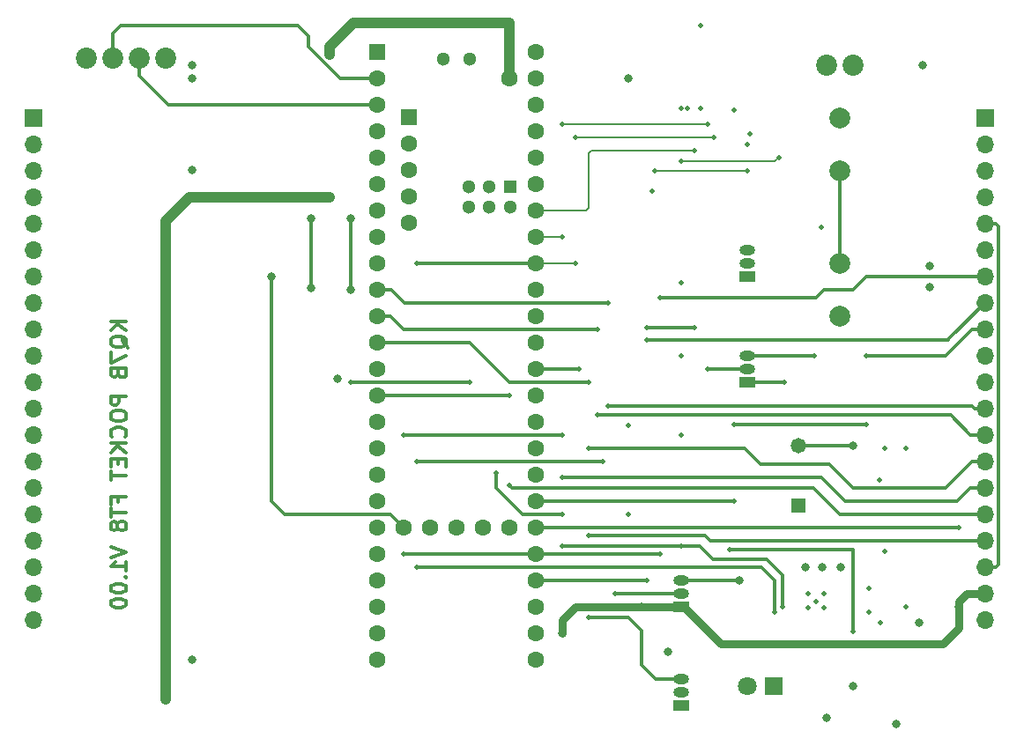
<source format=gbr>
G04 #@! TF.GenerationSoftware,KiCad,Pcbnew,8.0.4*
G04 #@! TF.CreationDate,2024-08-15T07:01:29-07:00*
G04 #@! TF.ProjectId,PocketFT8Xcvr,506f636b-6574-4465-9438-586376722e6b,rev?*
G04 #@! TF.SameCoordinates,Original*
G04 #@! TF.FileFunction,Copper,L4,Bot*
G04 #@! TF.FilePolarity,Positive*
%FSLAX46Y46*%
G04 Gerber Fmt 4.6, Leading zero omitted, Abs format (unit mm)*
G04 Created by KiCad (PCBNEW 8.0.4) date 2024-08-15 07:01:29*
%MOMM*%
%LPD*%
G01*
G04 APERTURE LIST*
%ADD10C,0.300000*%
G04 #@! TA.AperFunction,NonConductor*
%ADD11C,0.300000*%
G04 #@! TD*
G04 #@! TA.AperFunction,ComponentPad*
%ADD12R,1.600000X1.600000*%
G04 #@! TD*
G04 #@! TA.AperFunction,ComponentPad*
%ADD13C,1.600000*%
G04 #@! TD*
G04 #@! TA.AperFunction,ComponentPad*
%ADD14R,1.300000X1.300000*%
G04 #@! TD*
G04 #@! TA.AperFunction,ComponentPad*
%ADD15C,1.300000*%
G04 #@! TD*
G04 #@! TA.AperFunction,ComponentPad*
%ADD16C,2.020000*%
G04 #@! TD*
G04 #@! TA.AperFunction,ComponentPad*
%ADD17C,2.000000*%
G04 #@! TD*
G04 #@! TA.AperFunction,ComponentPad*
%ADD18R,1.500000X1.000000*%
G04 #@! TD*
G04 #@! TA.AperFunction,ComponentPad*
%ADD19O,1.500000X1.000000*%
G04 #@! TD*
G04 #@! TA.AperFunction,ComponentPad*
%ADD20R,1.473200X1.473200*%
G04 #@! TD*
G04 #@! TA.AperFunction,ComponentPad*
%ADD21C,1.473200*%
G04 #@! TD*
G04 #@! TA.AperFunction,ComponentPad*
%ADD22R,1.700000X1.700000*%
G04 #@! TD*
G04 #@! TA.AperFunction,ComponentPad*
%ADD23O,1.700000X1.700000*%
G04 #@! TD*
G04 #@! TA.AperFunction,ComponentPad*
%ADD24R,1.800000X1.800000*%
G04 #@! TD*
G04 #@! TA.AperFunction,ComponentPad*
%ADD25C,1.800000*%
G04 #@! TD*
G04 #@! TA.AperFunction,ViaPad*
%ADD26C,0.800000*%
G04 #@! TD*
G04 #@! TA.AperFunction,ViaPad*
%ADD27C,0.500000*%
G04 #@! TD*
G04 #@! TA.AperFunction,ViaPad*
%ADD28C,1.000000*%
G04 #@! TD*
G04 #@! TA.AperFunction,Conductor*
%ADD29C,0.300000*%
G04 #@! TD*
G04 #@! TA.AperFunction,Conductor*
%ADD30C,0.200000*%
G04 #@! TD*
G04 #@! TA.AperFunction,Conductor*
%ADD31C,0.800000*%
G04 #@! TD*
G04 #@! TA.AperFunction,Conductor*
%ADD32C,1.000000*%
G04 #@! TD*
G04 APERTURE END LIST*
D10*
D11*
X115624828Y-80564510D02*
X114124828Y-80564510D01*
X115624828Y-81421653D02*
X114767685Y-80778796D01*
X114124828Y-81421653D02*
X114981971Y-80564510D01*
X115767685Y-83064510D02*
X115696257Y-82921653D01*
X115696257Y-82921653D02*
X115553400Y-82778796D01*
X115553400Y-82778796D02*
X115339114Y-82564510D01*
X115339114Y-82564510D02*
X115267685Y-82421653D01*
X115267685Y-82421653D02*
X115267685Y-82278796D01*
X115624828Y-82350225D02*
X115553400Y-82207368D01*
X115553400Y-82207368D02*
X115410542Y-82064510D01*
X115410542Y-82064510D02*
X115124828Y-81993082D01*
X115124828Y-81993082D02*
X114624828Y-81993082D01*
X114624828Y-81993082D02*
X114339114Y-82064510D01*
X114339114Y-82064510D02*
X114196257Y-82207368D01*
X114196257Y-82207368D02*
X114124828Y-82350225D01*
X114124828Y-82350225D02*
X114124828Y-82635939D01*
X114124828Y-82635939D02*
X114196257Y-82778796D01*
X114196257Y-82778796D02*
X114339114Y-82921653D01*
X114339114Y-82921653D02*
X114624828Y-82993082D01*
X114624828Y-82993082D02*
X115124828Y-82993082D01*
X115124828Y-82993082D02*
X115410542Y-82921653D01*
X115410542Y-82921653D02*
X115553400Y-82778796D01*
X115553400Y-82778796D02*
X115624828Y-82635939D01*
X115624828Y-82635939D02*
X115624828Y-82350225D01*
X114124828Y-83493082D02*
X114124828Y-84493082D01*
X114124828Y-84493082D02*
X115624828Y-83850225D01*
X114839114Y-85564510D02*
X114910542Y-85778796D01*
X114910542Y-85778796D02*
X114981971Y-85850225D01*
X114981971Y-85850225D02*
X115124828Y-85921653D01*
X115124828Y-85921653D02*
X115339114Y-85921653D01*
X115339114Y-85921653D02*
X115481971Y-85850225D01*
X115481971Y-85850225D02*
X115553400Y-85778796D01*
X115553400Y-85778796D02*
X115624828Y-85635939D01*
X115624828Y-85635939D02*
X115624828Y-85064510D01*
X115624828Y-85064510D02*
X114124828Y-85064510D01*
X114124828Y-85064510D02*
X114124828Y-85564510D01*
X114124828Y-85564510D02*
X114196257Y-85707368D01*
X114196257Y-85707368D02*
X114267685Y-85778796D01*
X114267685Y-85778796D02*
X114410542Y-85850225D01*
X114410542Y-85850225D02*
X114553400Y-85850225D01*
X114553400Y-85850225D02*
X114696257Y-85778796D01*
X114696257Y-85778796D02*
X114767685Y-85707368D01*
X114767685Y-85707368D02*
X114839114Y-85564510D01*
X114839114Y-85564510D02*
X114839114Y-85064510D01*
X115624828Y-87707367D02*
X114124828Y-87707367D01*
X114124828Y-87707367D02*
X114124828Y-88278796D01*
X114124828Y-88278796D02*
X114196257Y-88421653D01*
X114196257Y-88421653D02*
X114267685Y-88493082D01*
X114267685Y-88493082D02*
X114410542Y-88564510D01*
X114410542Y-88564510D02*
X114624828Y-88564510D01*
X114624828Y-88564510D02*
X114767685Y-88493082D01*
X114767685Y-88493082D02*
X114839114Y-88421653D01*
X114839114Y-88421653D02*
X114910542Y-88278796D01*
X114910542Y-88278796D02*
X114910542Y-87707367D01*
X114124828Y-89493082D02*
X114124828Y-89778796D01*
X114124828Y-89778796D02*
X114196257Y-89921653D01*
X114196257Y-89921653D02*
X114339114Y-90064510D01*
X114339114Y-90064510D02*
X114624828Y-90135939D01*
X114624828Y-90135939D02*
X115124828Y-90135939D01*
X115124828Y-90135939D02*
X115410542Y-90064510D01*
X115410542Y-90064510D02*
X115553400Y-89921653D01*
X115553400Y-89921653D02*
X115624828Y-89778796D01*
X115624828Y-89778796D02*
X115624828Y-89493082D01*
X115624828Y-89493082D02*
X115553400Y-89350225D01*
X115553400Y-89350225D02*
X115410542Y-89207367D01*
X115410542Y-89207367D02*
X115124828Y-89135939D01*
X115124828Y-89135939D02*
X114624828Y-89135939D01*
X114624828Y-89135939D02*
X114339114Y-89207367D01*
X114339114Y-89207367D02*
X114196257Y-89350225D01*
X114196257Y-89350225D02*
X114124828Y-89493082D01*
X115481971Y-91635939D02*
X115553400Y-91564511D01*
X115553400Y-91564511D02*
X115624828Y-91350225D01*
X115624828Y-91350225D02*
X115624828Y-91207368D01*
X115624828Y-91207368D02*
X115553400Y-90993082D01*
X115553400Y-90993082D02*
X115410542Y-90850225D01*
X115410542Y-90850225D02*
X115267685Y-90778796D01*
X115267685Y-90778796D02*
X114981971Y-90707368D01*
X114981971Y-90707368D02*
X114767685Y-90707368D01*
X114767685Y-90707368D02*
X114481971Y-90778796D01*
X114481971Y-90778796D02*
X114339114Y-90850225D01*
X114339114Y-90850225D02*
X114196257Y-90993082D01*
X114196257Y-90993082D02*
X114124828Y-91207368D01*
X114124828Y-91207368D02*
X114124828Y-91350225D01*
X114124828Y-91350225D02*
X114196257Y-91564511D01*
X114196257Y-91564511D02*
X114267685Y-91635939D01*
X115624828Y-92278796D02*
X114124828Y-92278796D01*
X115624828Y-93135939D02*
X114767685Y-92493082D01*
X114124828Y-93135939D02*
X114981971Y-92278796D01*
X114839114Y-93778796D02*
X114839114Y-94278796D01*
X115624828Y-94493082D02*
X115624828Y-93778796D01*
X115624828Y-93778796D02*
X114124828Y-93778796D01*
X114124828Y-93778796D02*
X114124828Y-94493082D01*
X114124828Y-94921654D02*
X114124828Y-95778797D01*
X115624828Y-95350225D02*
X114124828Y-95350225D01*
X114839114Y-97921653D02*
X114839114Y-97421653D01*
X115624828Y-97421653D02*
X114124828Y-97421653D01*
X114124828Y-97421653D02*
X114124828Y-98135939D01*
X114124828Y-98493082D02*
X114124828Y-99350225D01*
X115624828Y-98921653D02*
X114124828Y-98921653D01*
X114767685Y-100064510D02*
X114696257Y-99921653D01*
X114696257Y-99921653D02*
X114624828Y-99850224D01*
X114624828Y-99850224D02*
X114481971Y-99778796D01*
X114481971Y-99778796D02*
X114410542Y-99778796D01*
X114410542Y-99778796D02*
X114267685Y-99850224D01*
X114267685Y-99850224D02*
X114196257Y-99921653D01*
X114196257Y-99921653D02*
X114124828Y-100064510D01*
X114124828Y-100064510D02*
X114124828Y-100350224D01*
X114124828Y-100350224D02*
X114196257Y-100493082D01*
X114196257Y-100493082D02*
X114267685Y-100564510D01*
X114267685Y-100564510D02*
X114410542Y-100635939D01*
X114410542Y-100635939D02*
X114481971Y-100635939D01*
X114481971Y-100635939D02*
X114624828Y-100564510D01*
X114624828Y-100564510D02*
X114696257Y-100493082D01*
X114696257Y-100493082D02*
X114767685Y-100350224D01*
X114767685Y-100350224D02*
X114767685Y-100064510D01*
X114767685Y-100064510D02*
X114839114Y-99921653D01*
X114839114Y-99921653D02*
X114910542Y-99850224D01*
X114910542Y-99850224D02*
X115053400Y-99778796D01*
X115053400Y-99778796D02*
X115339114Y-99778796D01*
X115339114Y-99778796D02*
X115481971Y-99850224D01*
X115481971Y-99850224D02*
X115553400Y-99921653D01*
X115553400Y-99921653D02*
X115624828Y-100064510D01*
X115624828Y-100064510D02*
X115624828Y-100350224D01*
X115624828Y-100350224D02*
X115553400Y-100493082D01*
X115553400Y-100493082D02*
X115481971Y-100564510D01*
X115481971Y-100564510D02*
X115339114Y-100635939D01*
X115339114Y-100635939D02*
X115053400Y-100635939D01*
X115053400Y-100635939D02*
X114910542Y-100564510D01*
X114910542Y-100564510D02*
X114839114Y-100493082D01*
X114839114Y-100493082D02*
X114767685Y-100350224D01*
X114124828Y-102207367D02*
X115624828Y-102707367D01*
X115624828Y-102707367D02*
X114124828Y-103207367D01*
X115624828Y-104493081D02*
X115624828Y-103635938D01*
X115624828Y-104064509D02*
X114124828Y-104064509D01*
X114124828Y-104064509D02*
X114339114Y-103921652D01*
X114339114Y-103921652D02*
X114481971Y-103778795D01*
X114481971Y-103778795D02*
X114553400Y-103635938D01*
X115481971Y-105135937D02*
X115553400Y-105207366D01*
X115553400Y-105207366D02*
X115624828Y-105135937D01*
X115624828Y-105135937D02*
X115553400Y-105064509D01*
X115553400Y-105064509D02*
X115481971Y-105135937D01*
X115481971Y-105135937D02*
X115624828Y-105135937D01*
X114124828Y-106135938D02*
X114124828Y-106278795D01*
X114124828Y-106278795D02*
X114196257Y-106421652D01*
X114196257Y-106421652D02*
X114267685Y-106493081D01*
X114267685Y-106493081D02*
X114410542Y-106564509D01*
X114410542Y-106564509D02*
X114696257Y-106635938D01*
X114696257Y-106635938D02*
X115053400Y-106635938D01*
X115053400Y-106635938D02*
X115339114Y-106564509D01*
X115339114Y-106564509D02*
X115481971Y-106493081D01*
X115481971Y-106493081D02*
X115553400Y-106421652D01*
X115553400Y-106421652D02*
X115624828Y-106278795D01*
X115624828Y-106278795D02*
X115624828Y-106135938D01*
X115624828Y-106135938D02*
X115553400Y-105993081D01*
X115553400Y-105993081D02*
X115481971Y-105921652D01*
X115481971Y-105921652D02*
X115339114Y-105850223D01*
X115339114Y-105850223D02*
X115053400Y-105778795D01*
X115053400Y-105778795D02*
X114696257Y-105778795D01*
X114696257Y-105778795D02*
X114410542Y-105850223D01*
X114410542Y-105850223D02*
X114267685Y-105921652D01*
X114267685Y-105921652D02*
X114196257Y-105993081D01*
X114196257Y-105993081D02*
X114124828Y-106135938D01*
X114124828Y-107564509D02*
X114124828Y-107707366D01*
X114124828Y-107707366D02*
X114196257Y-107850223D01*
X114196257Y-107850223D02*
X114267685Y-107921652D01*
X114267685Y-107921652D02*
X114410542Y-107993080D01*
X114410542Y-107993080D02*
X114696257Y-108064509D01*
X114696257Y-108064509D02*
X115053400Y-108064509D01*
X115053400Y-108064509D02*
X115339114Y-107993080D01*
X115339114Y-107993080D02*
X115481971Y-107921652D01*
X115481971Y-107921652D02*
X115553400Y-107850223D01*
X115553400Y-107850223D02*
X115624828Y-107707366D01*
X115624828Y-107707366D02*
X115624828Y-107564509D01*
X115624828Y-107564509D02*
X115553400Y-107421652D01*
X115553400Y-107421652D02*
X115481971Y-107350223D01*
X115481971Y-107350223D02*
X115339114Y-107278794D01*
X115339114Y-107278794D02*
X115053400Y-107207366D01*
X115053400Y-107207366D02*
X114696257Y-107207366D01*
X114696257Y-107207366D02*
X114410542Y-107278794D01*
X114410542Y-107278794D02*
X114267685Y-107350223D01*
X114267685Y-107350223D02*
X114196257Y-107421652D01*
X114196257Y-107421652D02*
X114124828Y-107564509D01*
D12*
X139700000Y-54610000D03*
D13*
X139700000Y-57150000D03*
X139700000Y-59690000D03*
X139700000Y-62230000D03*
X139700000Y-64770000D03*
X139700000Y-67310000D03*
X139700000Y-69850000D03*
X139700000Y-72390000D03*
X139700000Y-74930000D03*
X139700000Y-77470000D03*
X139700000Y-80010000D03*
X139700000Y-82550000D03*
X139700000Y-85090000D03*
X139700000Y-87630000D03*
X139700000Y-90170000D03*
X139700000Y-92710000D03*
X139700000Y-95250000D03*
X139700000Y-97790000D03*
X139700000Y-100330000D03*
X139700000Y-102870000D03*
X139700000Y-105410000D03*
X139700000Y-107950000D03*
X139700000Y-110490000D03*
X139700000Y-113030000D03*
X154940000Y-113030000D03*
X154940000Y-110490000D03*
X154940000Y-107950000D03*
X154940000Y-105410000D03*
X154940000Y-102870000D03*
X154940000Y-100330000D03*
X154940000Y-97790000D03*
X154940000Y-95250000D03*
X154940000Y-92710000D03*
X154940000Y-90170000D03*
X154940000Y-87630000D03*
X154940000Y-85090000D03*
X154940000Y-82550000D03*
X154940000Y-80010000D03*
X154940000Y-77470000D03*
X154940000Y-74930000D03*
X154940000Y-72390000D03*
X154940000Y-69850000D03*
X154940000Y-67310000D03*
X154940000Y-64770000D03*
X154940000Y-62230000D03*
X154940000Y-59690000D03*
X154940000Y-57150000D03*
X154940000Y-54610000D03*
X152400000Y-57150000D03*
X142240000Y-100330000D03*
X144780000Y-100330000D03*
X147320000Y-100330000D03*
X149860000Y-100330000D03*
X152400000Y-100330000D03*
D12*
X142750800Y-60909200D03*
D13*
X142750800Y-63449200D03*
X142750800Y-65989200D03*
X142750800Y-68529200D03*
X142750800Y-71069200D03*
D14*
X152501600Y-67580000D03*
D15*
X150501600Y-67580000D03*
X148501600Y-67580000D03*
X148501600Y-69580000D03*
X150501600Y-69580000D03*
X152501600Y-69580000D03*
X148590000Y-55340000D03*
X146050000Y-55340000D03*
D16*
X182880000Y-55880000D03*
X185420000Y-55880000D03*
D17*
X184150000Y-66040000D03*
X184150000Y-60960000D03*
D18*
X168910000Y-117475000D03*
D19*
X168910000Y-116205000D03*
X168910000Y-114935000D03*
D20*
X180213000Y-98247200D03*
D21*
X180213000Y-92456000D03*
D17*
X184150000Y-80010000D03*
X184150000Y-74930000D03*
D22*
X198120000Y-60960000D03*
D23*
X198120000Y-63500000D03*
X198120000Y-66040000D03*
X198120000Y-68580000D03*
X198120000Y-71120000D03*
X198120000Y-73660000D03*
X198120000Y-76200000D03*
X198120000Y-78740000D03*
X198120000Y-81280000D03*
X198120000Y-83820000D03*
X198120000Y-86360000D03*
X198120000Y-88900000D03*
X198120000Y-91440000D03*
X198120000Y-93980000D03*
X198120000Y-96520000D03*
X198120000Y-99060000D03*
X198120000Y-101600000D03*
X198120000Y-104140000D03*
X198120000Y-106680000D03*
X198120000Y-109220000D03*
D18*
X168910000Y-107950000D03*
D19*
X168910000Y-106680000D03*
X168910000Y-105410000D03*
D18*
X175260000Y-76200000D03*
D19*
X175260000Y-74930000D03*
X175260000Y-73660000D03*
D24*
X177800000Y-115570000D03*
D25*
X175260000Y-115570000D03*
D18*
X175260000Y-86360000D03*
D19*
X175260000Y-85090000D03*
X175260000Y-83820000D03*
D16*
X111760000Y-55245000D03*
X114300000Y-55245000D03*
X116840000Y-55245000D03*
X119380000Y-55245000D03*
D22*
X106680000Y-60960000D03*
D23*
X106680000Y-63500000D03*
X106680000Y-66040000D03*
X106680000Y-68580000D03*
X106680000Y-71120000D03*
X106680000Y-73660000D03*
X106680000Y-76200000D03*
X106680000Y-78740000D03*
X106680000Y-81280000D03*
X106680000Y-83820000D03*
X106680000Y-86360000D03*
X106680000Y-88900000D03*
X106680000Y-91440000D03*
X106680000Y-93980000D03*
X106680000Y-96520000D03*
X106680000Y-99060000D03*
X106680000Y-101600000D03*
X106680000Y-104140000D03*
X106680000Y-106680000D03*
X106680000Y-109220000D03*
D26*
X129540000Y-76200000D03*
D27*
X188468000Y-102616000D03*
X163830000Y-90551000D03*
X168910000Y-83820000D03*
D26*
X121920000Y-66014000D03*
X135890000Y-86080000D03*
X167640000Y-112268000D03*
D27*
X181102000Y-106680000D03*
X182372000Y-71501000D03*
X190500000Y-92710000D03*
X182626000Y-108077000D03*
X166116000Y-68008000D03*
X175260000Y-63500000D03*
X188468000Y-92710000D03*
D26*
X163830000Y-57150000D03*
X121920000Y-55880000D03*
D27*
X181864000Y-107442000D03*
X168910000Y-60071000D03*
X170815000Y-52070000D03*
X168910000Y-76835000D03*
D26*
X192151000Y-55880000D03*
D27*
X181102000Y-108077000D03*
X182626000Y-106680000D03*
D26*
X189611000Y-119253000D03*
X192786000Y-75184000D03*
D27*
X170815000Y-60071000D03*
D26*
X192786000Y-77216000D03*
X121920000Y-113030000D03*
D27*
X169545000Y-60071000D03*
D26*
X191795400Y-109499400D03*
D27*
X187960000Y-95758000D03*
X190500000Y-107950000D03*
D26*
X182880000Y-118618000D03*
D27*
X186944000Y-106172000D03*
X168910000Y-91440000D03*
X175514000Y-62484000D03*
D26*
X184277000Y-104140000D03*
X121920000Y-57150000D03*
D27*
X163830000Y-99060000D03*
D26*
X180848000Y-104140000D03*
D27*
X188087000Y-109474000D03*
X173990000Y-60198000D03*
X186944000Y-108458000D03*
D26*
X182499000Y-104140000D03*
X185420000Y-115570000D03*
D27*
X178308000Y-64770000D03*
X168910000Y-65151000D03*
X178816000Y-86360000D03*
X175260000Y-66040000D03*
X166370000Y-66040000D03*
X170180000Y-81153000D03*
X165608000Y-81153000D03*
X181737000Y-83820000D03*
D26*
X165100000Y-107950000D03*
D28*
X135128000Y-54864000D03*
X135128000Y-68580000D03*
X119380000Y-116840000D03*
D26*
X157480000Y-110490000D03*
X195580000Y-107950000D03*
X152400000Y-51816000D03*
D27*
X173609000Y-102489000D03*
X185420000Y-110363000D03*
D26*
X174498000Y-105410000D03*
D27*
X160020000Y-109000000D03*
X171450000Y-85090000D03*
X162560000Y-106680000D03*
X172085000Y-62865000D03*
X158750000Y-74930000D03*
X161417000Y-93980000D03*
X158750000Y-62865000D03*
X143510000Y-93980000D03*
X143510000Y-104140000D03*
X177927000Y-108458000D03*
X143510000Y-74930000D03*
X157480000Y-61595000D03*
X151130000Y-95123000D03*
X157480000Y-102108000D03*
X168910000Y-102108000D03*
X178689000Y-107950000D03*
X171450000Y-61595000D03*
X157480000Y-72390000D03*
X157480000Y-99060000D03*
X142240000Y-91440000D03*
X157480000Y-91440000D03*
X157480000Y-95504000D03*
X165608000Y-82296000D03*
X165608000Y-105410000D03*
X195580000Y-100330000D03*
D26*
X137160000Y-70612000D03*
D27*
X137160000Y-86360000D03*
X148590000Y-86360000D03*
D26*
X137160000Y-77470000D03*
D27*
X166878000Y-102870000D03*
X166878000Y-78232000D03*
D26*
X133350000Y-77343000D03*
X133350000Y-70612000D03*
D27*
X142240000Y-102870000D03*
D26*
X185420000Y-92456000D03*
D27*
X161925000Y-88646000D03*
X161925000Y-78740000D03*
X152400000Y-87630000D03*
X152400000Y-96266000D03*
X173990000Y-97790000D03*
X173990000Y-90424000D03*
X186690000Y-83820000D03*
X186690000Y-90424000D03*
X160020000Y-101092000D03*
X159131000Y-85090000D03*
X170180000Y-64135000D03*
X160909000Y-89535000D03*
X160909000Y-81280000D03*
X160020000Y-92710000D03*
X160020000Y-86360000D03*
D29*
X129540000Y-97790000D02*
X129540000Y-76200000D01*
X140970000Y-99060000D02*
X130810000Y-99060000D01*
X142240000Y-100330000D02*
X140970000Y-99060000D01*
X130810000Y-99060000D02*
X129540000Y-97790000D01*
D30*
X178308000Y-64770000D02*
X177927000Y-65151000D01*
X177927000Y-65151000D02*
X168910000Y-65151000D01*
D29*
X175260000Y-86360000D02*
X178816000Y-86360000D01*
D30*
X175260000Y-66040000D02*
X166370000Y-66040000D01*
D29*
X170180000Y-81153000D02*
X165608000Y-81153000D01*
X184150000Y-74930000D02*
X184150000Y-66040000D01*
X175260000Y-83820000D02*
X181737000Y-83820000D01*
D31*
X168910000Y-107950000D02*
X165100000Y-107950000D01*
X195580000Y-107442000D02*
X196342000Y-106680000D01*
X168910000Y-107950000D02*
X169164000Y-107950000D01*
X195580000Y-107950000D02*
X195580000Y-107442000D01*
X172720000Y-111506000D02*
X194056000Y-111506000D01*
D32*
X152400000Y-57150000D02*
X152400000Y-51816000D01*
X119380000Y-116840000D02*
X119380000Y-70866000D01*
D31*
X158750000Y-107950000D02*
X157480000Y-109220000D01*
D32*
X119380000Y-70866000D02*
X121666000Y-68580000D01*
D31*
X196342000Y-106680000D02*
X198120000Y-106680000D01*
X165100000Y-107950000D02*
X158750000Y-107950000D01*
D32*
X152400000Y-51816000D02*
X137414000Y-51816000D01*
D31*
X169164000Y-107950000D02*
X172720000Y-111506000D01*
D32*
X137414000Y-51816000D02*
X135128000Y-54102000D01*
X135128000Y-54102000D02*
X135128000Y-54864000D01*
D31*
X194056000Y-111506000D02*
X195580000Y-109982000D01*
D32*
X121666000Y-68580000D02*
X135128000Y-68580000D01*
D31*
X195580000Y-109982000D02*
X195580000Y-107950000D01*
X157480000Y-109220000D02*
X157480000Y-110490000D01*
D29*
X173609000Y-102489000D02*
X185420000Y-102489000D01*
X185420000Y-102489000D02*
X185420000Y-110363000D01*
X168910000Y-105410000D02*
X174498000Y-105410000D01*
X160020000Y-109000000D02*
X163864000Y-109000000D01*
X166497000Y-114935000D02*
X165100000Y-113538000D01*
X163864000Y-109000000D02*
X165100000Y-110236000D01*
X168910000Y-114935000D02*
X166497000Y-114935000D01*
X165100000Y-113538000D02*
X165100000Y-110236000D01*
X171450000Y-85090000D02*
X175260000Y-85090000D01*
X168910000Y-106680000D02*
X162560000Y-106680000D01*
X177927000Y-108458000D02*
X177927000Y-105410000D01*
X177927000Y-105410000D02*
X176657000Y-104140000D01*
D30*
X158750000Y-62865000D02*
X172085000Y-62865000D01*
X154940000Y-74930000D02*
X158750000Y-74930000D01*
D29*
X143510000Y-104140000D02*
X176657000Y-104140000D01*
X154940000Y-74930000D02*
X143510000Y-74930000D01*
X161417000Y-93980000D02*
X143510000Y-93980000D01*
X171958000Y-103378000D02*
X170688000Y-102108000D01*
X170688000Y-102108000D02*
X168910000Y-102108000D01*
X178689000Y-104902000D02*
X177165000Y-103378000D01*
X178689000Y-107950000D02*
X178689000Y-104902000D01*
D30*
X157480000Y-61595000D02*
X171450000Y-61595000D01*
D29*
X153670000Y-99060000D02*
X157480000Y-99060000D01*
X151130000Y-96520000D02*
X153670000Y-99060000D01*
X160782000Y-102108000D02*
X157480000Y-102108000D01*
D30*
X154940000Y-72390000D02*
X157480000Y-72390000D01*
D29*
X151130000Y-95123000D02*
X151130000Y-96520000D01*
X168910000Y-102108000D02*
X160782000Y-102108000D01*
X177165000Y-103378000D02*
X171958000Y-103378000D01*
X142240000Y-91440000D02*
X157480000Y-91440000D01*
X184658000Y-97790000D02*
X184785000Y-97790000D01*
X195453000Y-97790000D02*
X184785000Y-97790000D01*
X198120000Y-96520000D02*
X196723000Y-96520000D01*
X182372000Y-95504000D02*
X184658000Y-97790000D01*
X157480000Y-95504000D02*
X182372000Y-95504000D01*
X196723000Y-96520000D02*
X195453000Y-97790000D01*
X194564000Y-82296000D02*
X194691000Y-82169000D01*
X194691000Y-82169000D02*
X198120000Y-78740000D01*
X165608000Y-82296000D02*
X194564000Y-82296000D01*
X154940000Y-105410000D02*
X165608000Y-105410000D01*
X167640000Y-100330000D02*
X195580000Y-100330000D01*
X148590000Y-86360000D02*
X137160000Y-86360000D01*
X154940000Y-100330000D02*
X154978000Y-100292000D01*
X137160000Y-70612000D02*
X137160000Y-77470000D01*
X154940000Y-100330000D02*
X167640000Y-100330000D01*
X182626000Y-77470000D02*
X181864000Y-78232000D01*
X198120000Y-76200000D02*
X186690000Y-76200000D01*
X154940000Y-102870000D02*
X166878000Y-102870000D01*
X154940000Y-102870000D02*
X142240000Y-102870000D01*
X166878000Y-78232000D02*
X181864000Y-78232000D01*
X185420000Y-77470000D02*
X182626000Y-77470000D01*
X133350000Y-77343000D02*
X133350000Y-70612000D01*
X186690000Y-76200000D02*
X185420000Y-77470000D01*
X185420000Y-92456000D02*
X180213000Y-92456000D01*
X196850000Y-88646000D02*
X161925000Y-88646000D01*
X197104000Y-88900000D02*
X196850000Y-88646000D01*
X198120000Y-88900000D02*
X197104000Y-88900000D01*
X161925000Y-78740000D02*
X142367000Y-78740000D01*
X142367000Y-78740000D02*
X141097000Y-77470000D01*
X141097000Y-77470000D02*
X139700000Y-77470000D01*
X184150000Y-99060000D02*
X198120000Y-99060000D01*
X152654000Y-96520000D02*
X181610000Y-96520000D01*
X139700000Y-87630000D02*
X152400000Y-87630000D01*
X181610000Y-96520000D02*
X184150000Y-99060000D01*
X152400000Y-96266000D02*
X152654000Y-96520000D01*
X194310000Y-83820000D02*
X196850000Y-81280000D01*
X186690000Y-90424000D02*
X173990000Y-90424000D01*
X155067000Y-97790000D02*
X173990000Y-97790000D01*
X186690000Y-83820000D02*
X194310000Y-83820000D01*
X196850000Y-81280000D02*
X198120000Y-81280000D01*
X171196000Y-101092000D02*
X171704000Y-101600000D01*
X171704000Y-101600000D02*
X198120000Y-101600000D01*
X159131000Y-85090000D02*
X154940000Y-85090000D01*
X160020000Y-101092000D02*
X171196000Y-101092000D01*
D30*
X159766000Y-69850000D02*
X160020000Y-69596000D01*
X154940000Y-69850000D02*
X159766000Y-69850000D01*
X160020000Y-69596000D02*
X160020000Y-64389000D01*
X160020000Y-64389000D02*
X160274000Y-64135000D01*
X160274000Y-64135000D02*
X170180000Y-64135000D01*
D29*
X140970000Y-80010000D02*
X139700000Y-80010000D01*
X170180000Y-89535000D02*
X160909000Y-89535000D01*
X160782000Y-81280000D02*
X160909000Y-81280000D01*
X160782000Y-81280000D02*
X142240000Y-81280000D01*
X194818000Y-89535000D02*
X196723000Y-91440000D01*
X196723000Y-91440000D02*
X198120000Y-91440000D01*
X142240000Y-81280000D02*
X140970000Y-80010000D01*
X170180000Y-89535000D02*
X194818000Y-89535000D01*
X148590000Y-82550000D02*
X139700000Y-82550000D01*
X183134000Y-94234000D02*
X185420000Y-96520000D01*
X194310000Y-96520000D02*
X196850000Y-93980000D01*
X176530000Y-94234000D02*
X183134000Y-94234000D01*
X160020000Y-86360000D02*
X152400000Y-86360000D01*
X175006000Y-92710000D02*
X176530000Y-94234000D01*
X152400000Y-86360000D02*
X148590000Y-82550000D01*
X196850000Y-93980000D02*
X198120000Y-93980000D01*
X160020000Y-92710000D02*
X175006000Y-92710000D01*
X185420000Y-96520000D02*
X194310000Y-96520000D01*
X199136000Y-104140000D02*
X199390000Y-103886000D01*
X199390000Y-103886000D02*
X199390000Y-71374000D01*
X198120000Y-104140000D02*
X199136000Y-104140000D01*
X199136000Y-71120000D02*
X198120000Y-71120000D01*
X199390000Y-71374000D02*
X199136000Y-71120000D01*
X133096000Y-54104792D02*
X136141208Y-57150000D01*
X133096000Y-53086000D02*
X133096000Y-54104792D01*
X114300000Y-52832000D02*
X115062000Y-52070000D01*
X114300000Y-55245000D02*
X114300000Y-52832000D01*
X132080000Y-52070000D02*
X133096000Y-53086000D01*
X115062000Y-52070000D02*
X132080000Y-52070000D01*
X136141208Y-57150000D02*
X139700000Y-57150000D01*
X139700000Y-59690000D02*
X119634000Y-59690000D01*
X116840000Y-56896000D02*
X116840000Y-55245000D01*
X119634000Y-59690000D02*
X116840000Y-56896000D01*
M02*

</source>
